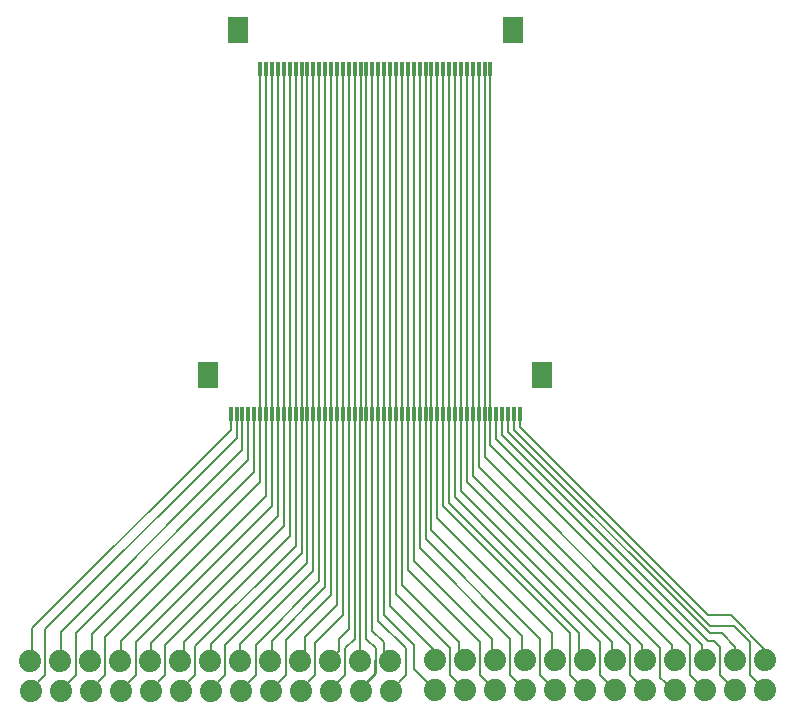
<source format=gtl>
G75*
G70*
%OFA0B0*%
%FSLAX24Y24*%
%IPPOS*%
%LPD*%
%AMOC8*
5,1,8,0,0,1.08239X$1,22.5*
%
%ADD10R,0.0118X0.0512*%
%ADD11R,0.0709X0.0866*%
%ADD12C,0.0740*%
%ADD13C,0.0070*%
D10*
X008278Y010821D03*
X008475Y010821D03*
X008672Y010821D03*
X008869Y010821D03*
X009065Y010821D03*
X009262Y010821D03*
X009459Y010821D03*
X009656Y010821D03*
X009853Y010821D03*
X010050Y010821D03*
X010246Y010821D03*
X010443Y010821D03*
X010640Y010821D03*
X010837Y010821D03*
X011034Y010821D03*
X011231Y010821D03*
X011428Y010821D03*
X011624Y010821D03*
X011821Y010821D03*
X012018Y010821D03*
X012215Y010821D03*
X012412Y010821D03*
X012609Y010821D03*
X012806Y010821D03*
X013002Y010821D03*
X013199Y010821D03*
X013396Y010821D03*
X013593Y010821D03*
X013790Y010821D03*
X013987Y010821D03*
X014183Y010821D03*
X014380Y010821D03*
X014577Y010821D03*
X014774Y010821D03*
X014971Y010821D03*
X015168Y010821D03*
X015365Y010821D03*
X015561Y010821D03*
X015758Y010821D03*
X015955Y010821D03*
X016152Y010821D03*
X016349Y010821D03*
X016546Y010821D03*
X016743Y010821D03*
X016939Y010821D03*
X017136Y010821D03*
X017333Y010821D03*
X017530Y010821D03*
X017727Y010821D03*
X017924Y010821D03*
X016939Y022321D03*
X016743Y022321D03*
X016546Y022321D03*
X016349Y022321D03*
X016152Y022321D03*
X015955Y022321D03*
X015758Y022321D03*
X015561Y022321D03*
X015365Y022321D03*
X015168Y022321D03*
X014971Y022321D03*
X014774Y022321D03*
X014577Y022321D03*
X014380Y022321D03*
X014183Y022321D03*
X013987Y022321D03*
X013790Y022321D03*
X013593Y022321D03*
X013396Y022321D03*
X013199Y022321D03*
X013002Y022321D03*
X012806Y022321D03*
X012609Y022321D03*
X012412Y022321D03*
X012215Y022321D03*
X012018Y022321D03*
X011821Y022321D03*
X011624Y022321D03*
X011428Y022321D03*
X011231Y022321D03*
X011034Y022321D03*
X010837Y022321D03*
X010640Y022321D03*
X010443Y022321D03*
X010246Y022321D03*
X010050Y022321D03*
X009853Y022321D03*
X009656Y022321D03*
X009459Y022321D03*
X009262Y022321D03*
D11*
X008514Y023601D03*
X017687Y023601D03*
X018672Y012101D03*
X007530Y012101D03*
D12*
X001611Y001581D03*
X002611Y001581D03*
X003611Y001581D03*
X004611Y001581D03*
X005611Y001581D03*
X006611Y001581D03*
X007611Y001581D03*
X008611Y001581D03*
X009611Y001581D03*
X010611Y001581D03*
X011611Y001581D03*
X012611Y001581D03*
X013611Y001581D03*
X013591Y002581D03*
X012591Y002581D03*
X011591Y002581D03*
X010591Y002581D03*
X009591Y002581D03*
X008591Y002581D03*
X007591Y002581D03*
X006591Y002581D03*
X005591Y002581D03*
X004591Y002581D03*
X003591Y002581D03*
X002591Y002581D03*
X001591Y002581D03*
X015101Y002601D03*
X016101Y002601D03*
X017101Y002601D03*
X018101Y002601D03*
X019101Y002601D03*
X020101Y002601D03*
X021101Y002601D03*
X022101Y002601D03*
X023101Y002601D03*
X024101Y002601D03*
X025101Y002601D03*
X026101Y002601D03*
X026101Y001601D03*
X025101Y001601D03*
X024101Y001601D03*
X023101Y001601D03*
X022101Y001601D03*
X021101Y001601D03*
X020101Y001601D03*
X019101Y001601D03*
X018101Y001601D03*
X017101Y001601D03*
X016101Y001601D03*
X015101Y001601D03*
D13*
X014401Y002301D01*
X014401Y003101D01*
X013396Y004106D01*
X013396Y010821D01*
X013396Y022321D01*
X013199Y022321D02*
X013199Y010821D01*
X013199Y003912D01*
X014121Y002991D01*
X014121Y002121D01*
X013611Y001581D01*
X013101Y002101D02*
X013101Y002601D01*
X013111Y002601D01*
X013111Y003011D01*
X012806Y003316D01*
X012806Y010821D01*
X012801Y011651D01*
X012806Y022321D01*
X013002Y022321D02*
X013002Y010821D01*
X013002Y003589D01*
X013391Y003201D01*
X013391Y002811D01*
X013591Y002581D01*
X013111Y002601D02*
X013111Y002161D01*
X012601Y001651D01*
X012601Y001601D02*
X012611Y001581D01*
X012601Y001601D02*
X013101Y002101D01*
X012591Y002581D02*
X012605Y010819D01*
X012609Y010821D01*
X012609Y022321D01*
X012412Y022321D02*
X012412Y010821D01*
X012412Y003302D01*
X012101Y002991D01*
X012101Y002121D01*
X011611Y001631D01*
X011611Y001581D01*
X011091Y002091D02*
X010611Y001611D01*
X010611Y001581D01*
X011091Y002091D02*
X011091Y003171D01*
X012018Y004098D01*
X012018Y010821D01*
X012018Y022321D01*
X011821Y022321D02*
X011821Y010821D01*
X011821Y004451D01*
X010741Y003371D01*
X010741Y002741D01*
X010591Y002581D01*
X010111Y002111D02*
X009611Y001611D01*
X009611Y001581D01*
X010111Y002111D02*
X010111Y003261D01*
X011624Y004774D01*
X011624Y010821D01*
X011624Y022321D01*
X011428Y022321D02*
X011428Y010821D01*
X011428Y005028D01*
X009651Y003251D01*
X009651Y002651D01*
X009591Y002581D01*
X009111Y002111D02*
X008611Y001611D01*
X008611Y001581D01*
X008101Y002101D02*
X007611Y001611D01*
X007611Y001581D01*
X008101Y002101D02*
X008101Y003111D01*
X010837Y005847D01*
X010837Y010821D01*
X010837Y022321D01*
X010640Y022321D02*
X010640Y010821D01*
X010640Y006160D01*
X007611Y003131D01*
X007611Y002611D01*
X007591Y002581D01*
X007101Y002111D02*
X006611Y001611D01*
X006611Y001581D01*
X007101Y002111D02*
X007101Y003081D01*
X010443Y006413D01*
X010443Y010821D01*
X010443Y022321D01*
X010246Y022321D02*
X010246Y010821D01*
X010246Y006736D01*
X006721Y003211D01*
X006721Y002721D01*
X006591Y002581D01*
X006101Y002111D02*
X005611Y001611D01*
X005611Y001581D01*
X006101Y002111D02*
X006101Y003121D01*
X010050Y007060D01*
X010050Y010821D01*
X010050Y022321D01*
X009853Y022321D02*
X009853Y010821D01*
X009853Y007403D01*
X005631Y003181D01*
X005631Y002631D01*
X005591Y002581D01*
X005111Y002111D02*
X004611Y001611D01*
X004611Y001581D01*
X005111Y002111D02*
X005111Y003201D01*
X009656Y007746D01*
X009656Y010821D01*
X009656Y022321D01*
X009459Y022321D02*
X009459Y010821D01*
X009459Y008079D01*
X004621Y003241D01*
X004621Y002621D01*
X004591Y002581D01*
X004101Y002111D02*
X003611Y001611D01*
X003611Y001581D01*
X004101Y002111D02*
X004101Y003381D01*
X009262Y008532D01*
X009262Y010821D01*
X009262Y022321D01*
X011034Y022321D02*
X011034Y010821D01*
X011034Y005574D01*
X008591Y003131D01*
X008591Y002581D01*
X009111Y002111D02*
X009111Y003111D01*
X011231Y005231D01*
X011231Y010821D01*
X011231Y022321D01*
X012215Y022321D02*
X012215Y010821D01*
X012215Y003635D01*
X011891Y003311D01*
X011891Y002891D01*
X011591Y002591D01*
X011591Y002581D01*
X013593Y004409D02*
X013593Y010821D01*
X013593Y022321D01*
X013790Y022321D02*
X013790Y010821D01*
X013790Y004812D01*
X015601Y003001D01*
X015601Y002101D01*
X016101Y001601D01*
X016601Y002101D02*
X016601Y003201D01*
X014183Y005618D01*
X014183Y010821D01*
X014183Y022321D01*
X013987Y022321D02*
X013987Y010821D01*
X013987Y005115D01*
X015901Y003201D01*
X015901Y002801D01*
X016101Y002601D01*
X016601Y002101D02*
X017101Y001601D01*
X017601Y002101D02*
X017601Y003301D01*
X014577Y006324D01*
X014577Y010821D01*
X014577Y022321D01*
X014380Y022321D02*
X014380Y010821D01*
X014380Y005921D01*
X017001Y003301D01*
X017001Y002701D01*
X017101Y002601D01*
X017601Y002101D02*
X018101Y001601D01*
X018601Y002101D02*
X018601Y003301D01*
X014971Y006931D01*
X014971Y010821D01*
X014971Y022321D01*
X015168Y022321D02*
X015168Y010821D01*
X015168Y007334D01*
X019001Y003501D01*
X019001Y002701D01*
X019101Y002601D01*
X019601Y002101D02*
X019601Y003501D01*
X015365Y007737D01*
X015365Y010821D01*
X015365Y022321D01*
X015561Y022321D02*
X015561Y010821D01*
X015561Y007840D01*
X019901Y003501D01*
X019901Y002801D01*
X020101Y002601D01*
X020601Y002101D02*
X021101Y001601D01*
X021601Y002101D02*
X022101Y001601D01*
X022601Y002001D02*
X023101Y001601D01*
X022601Y002001D02*
X022601Y003001D01*
X016546Y009056D01*
X016546Y010821D01*
X016546Y022321D01*
X016743Y022321D02*
X016743Y010821D01*
X016743Y009359D01*
X023001Y003101D01*
X023001Y002701D01*
X023101Y002601D01*
X023601Y002101D02*
X023601Y003101D01*
X016939Y009762D01*
X016939Y010821D01*
X016939Y022321D01*
X016349Y022321D02*
X016349Y010821D01*
X016349Y008753D01*
X022001Y003101D01*
X022001Y002701D01*
X022101Y002601D01*
X021601Y002101D02*
X021601Y003101D01*
X016152Y008550D01*
X016152Y010821D01*
X016152Y022321D01*
X015955Y022321D02*
X015955Y010821D01*
X015955Y008246D01*
X021001Y003201D01*
X021001Y002701D01*
X021101Y002601D01*
X020601Y002101D02*
X020601Y003201D01*
X015758Y008043D01*
X015758Y010821D01*
X015758Y022321D01*
X014774Y022321D02*
X014774Y010821D01*
X014774Y006628D01*
X018001Y003401D01*
X018001Y002701D01*
X018101Y002601D01*
X018601Y002101D02*
X019101Y001601D01*
X019601Y002101D02*
X020101Y001601D01*
X023601Y002101D02*
X024101Y001601D01*
X024601Y002101D02*
X024601Y003051D01*
X024401Y003251D01*
X024201Y003251D01*
X017333Y010119D01*
X017333Y010821D01*
X017136Y010821D02*
X017136Y009965D01*
X024001Y003101D01*
X024001Y002701D01*
X024101Y002601D01*
X024601Y002101D02*
X025101Y001601D01*
X025601Y002101D02*
X025601Y003201D01*
X025051Y003751D01*
X024251Y003751D01*
X017727Y010275D01*
X017727Y010821D01*
X017924Y010821D02*
X017924Y010378D01*
X024201Y004101D01*
X024951Y004101D01*
X026101Y002951D01*
X026101Y002601D01*
X025601Y002101D02*
X026101Y001601D01*
X025101Y002601D02*
X025101Y003051D01*
X024651Y003501D01*
X024251Y003501D01*
X017530Y010222D01*
X017530Y010821D01*
X012609Y010821D02*
X012601Y010813D01*
X009065Y010821D02*
X009065Y008885D01*
X003641Y003461D01*
X003641Y002641D01*
X003591Y002581D01*
X003111Y002111D02*
X002611Y001611D01*
X002611Y001581D01*
X003111Y002111D02*
X003111Y003501D01*
X008869Y009259D01*
X008869Y010821D01*
X008672Y010821D02*
X008672Y009612D01*
X002611Y003551D01*
X002611Y002611D01*
X002601Y002601D01*
X002591Y002581D01*
X002101Y002111D02*
X001611Y001611D01*
X001611Y001581D01*
X002101Y002111D02*
X002101Y003641D01*
X008475Y010005D01*
X008475Y010821D01*
X008278Y010821D02*
X008278Y010288D01*
X001661Y003671D01*
X001655Y002625D01*
X001591Y002581D01*
X013593Y004409D02*
X015101Y002901D01*
X015101Y002601D01*
M02*

</source>
